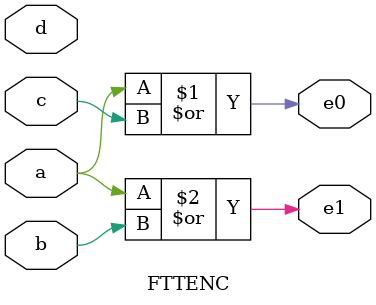
<source format=v>
`timescale 1ns / 1ps

module FTTENC(
    input a, b, c, d,
    output e0, e1
    );
    
    assign e0 = a | c;
    assign e1 = a | b;
    
endmodule

</source>
